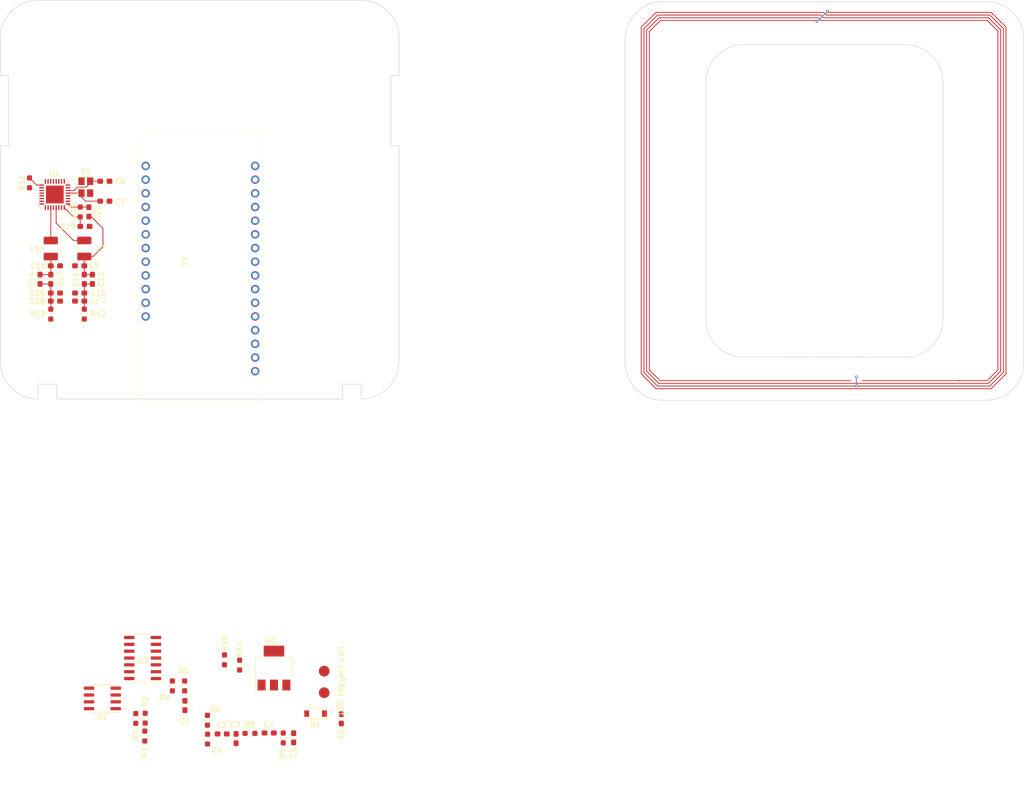
<source format=kicad_pcb>
(kicad_pcb (version 20220308) (generator pcbnew)
  (layers (0 "F.Cu" signal) (31 "B.Cu" signal) (34 "B.Paste" user) (35 "F.Paste" user) (36 "B.SilkS" user "B.Silkscreen") (37 "F.SilkS" user "F.Silkscreen") (38 "B.Mask" user) (39 "F.Mask" user) (44 "Edge.Cuts" user))
  (net 0 "")
  (net 1 "GND")
  (net 2 "Net-(U4-OSCIN)")
  (net 3 "Net-(U4-OSCOUT)")
  (net 4 "Net-(C11-Pad2)")
  (net 5 "Net-(U4-TVSS)")
  (net 6 "Net-(C10-Pad2)")
  (net 7 "Net-(C11-Pad1)")
  (net 8 "Net-(C13-Pad1)")
  (net 9 "Net-(U4-VMID)")
  (net 10 "Net-(U4-RX)")
  (net 11 "+3V3")
  (net 12 "/Low Frequency RF/LF_RF_RX")
  (net 13 "/Low Frequency RF/LF_RF_TX")
  (net 14 "Net-(U4-I2C)")
  (net 15 "+5V")
  (net 16 "/High Frequency RF/SCK")
  (net 17 "/High Frequency RF/MOSI")
  (net 18 "/High Frequency RF/MISO")
  (net 19 "/High Frequency RF/CS")
  (net 20 "/High Frequency RF/RST")
  (net 21 "Net-(U4-TX1)")
  (net 22 "Net-(U4-TX2)")
  (net 23 "Net-(C1-Pad2)")
  (net 24 "Net-(U3A-+)")
  (net 25 "Net-(C2-Pad2)")
  (net 26 "Net-(C4-Pad1)")
  (net 27 "Net-(D1-A)")
  (net 28 "Net-(D1-K)")
  (net 29 "Net-(Q1-E)")
  (net 30 "Net-(Q1-C)")
  (net 31 "Net-(Q1-B)")
  (net 32 "Net-(U2A--)")
  (net 33 "Net-(U2A-+)")
  (net 34 "Net-(U3A--)")
  (footprint "Resistor_SMD:R_0603_1608Metric_Pad0.98x0.95mm_HandSolder" (layer "F.Cu") (at 88.825 154.35 -90)
    (fp_text reference "R3" (at 3.048 0 90) (layer "F.SilkS"))
    (fp_text value "120 kΩ")
    (pad "1" smd roundrect (at -0.9125 0 270) (size 0.975 0.95) (layers "F.Cu" "F.Paste" "F.Mask") (net 32 "Net-(U2A--)"))
    (pad "2" smd roundrect (at 0.9125 0 270) (size 0.975 0.95) (layers "F.Cu" "F.Paste" "F.Mask") (net 1 "GND"))
  )
  (footprint "Capstone Footprint Lib:LF Antenna Pads" (layer "F.Cu") (at 125.125 144.3 90)
    (fp_text reference "L1" (at 0 0.5 90 unlocked) (layer "F.SilkS"))
    (fp_text value "162 µH")
    (fp_text user "125 kHz ant coil" (at 0.102 0.048 90 unlocked) (layer "F.SilkS"))
    (pad "1" smd circle (at -2 -3 90) (size 2 2) (layers "F.Cu" "F.Paste" "F.Mask") (net 28 "Net-(D1-K)"))
    (pad "2" smd circle (at 2 -3 90) (size 2 2) (layers "F.Cu" "F.Paste" "F.Mask") (net 29 "Net-(Q1-E)"))
  )
  (footprint "Capacitor_SMD:C_0603_1608Metric_Pad1.08x0.95mm_HandSolder" (layer "F.Cu") (at 71.375 69.565 90)
    (fp_text reference "C14" (at -0.025 -3.525 90) (layer "F.SilkS"))
    (fp_text value "C")
    (pad "1" smd roundrect (at -0.8625 0 90) (size 1.075 0.95) (layers "F.Cu" "F.Paste" "F.Mask") (net 8 "Net-(C13-Pad1)"))
    (pad "2" smd roundrect (at 0.8625 0 90) (size 1.075 0.95) (layers "F.Cu" "F.Paste" "F.Mask") (net 6 "Net-(C10-Pad2)"))
  )
  (footprint "MountingHole:MountingHole_2.2mm_M2" (layer "F.Cu") (at 239.475253 84.025)
    (fp_text reference "REF**" hide)
    (fp_text value "MountingHole_2.2mm_M2")
    (pad "" np_thru_hole circle locked (at 0 0) (size 2.2 2.2) (drill 2.2) (layers *.Cu *.Mask))
  )
  (footprint "Resistor_SMD:R_0603_1608Metric_Pad0.98x0.95mm_HandSolder" (layer "F.Cu") (at 88.9 151.025 -90)
    (fp_text reference "R2" (at -3.048 0 -270) (layer "F.SilkS"))
    (fp_text value "330 kΩ")
    (pad "1" smd roundrect (at -0.9125 0 270) (size 0.975 0.95) (layers "F.Cu" "F.Paste" "F.Mask") (net 11 "+3V3"))
    (pad "2" smd roundrect (at 0.9125 0 270) (size 0.975 0.95) (layers "F.Cu" "F.Paste" "F.Mask") (net 32 "Net-(U2A--)"))
  )
  (footprint "Resistor_SMD:R_0603_1608Metric_Pad0.98x0.95mm_HandSolder" (layer "F.Cu") (at 67.425 51.665 90)
    (fp_text reference "R11" (at 0 -1.43 90) (layer "F.SilkS"))
    (fp_text value "10k")
    (pad "1" smd roundrect (at -0.9125 0 90) (size 0.975 0.95) (layers "F.Cu" "F.Paste" "F.Mask") (net 11 "+3V3"))
    (pad "2" smd roundrect (at 0.9125 0 90) (size 0.975 0.95) (layers "F.Cu" "F.Paste" "F.Mask") (net 14 "Net-(U4-I2C)"))
  )
  (footprint "Capacitor_SMD:C_0603_1608Metric_Pad1.08x0.95mm_HandSolder" (layer "F.Cu") (at 72.2375 72.115)
    (fp_text reference "C16" (at -3.3625 0) (layer "F.SilkS"))
    (fp_text value "C")
    (pad "1" smd roundrect (at -0.8625 0) (size 1.075 0.95) (layers "F.Cu" "F.Paste" "F.Mask") (net 8 "Net-(C13-Pad1)"))
    (pad "2" smd roundrect (at 0.8625 0) (size 1.075 0.95) (layers "F.Cu" "F.Paste" "F.Mask") (net 5 "Net-(U4-TVSS)"))
  )
  (footprint "Resistor_SMD:R_0603_1608Metric_Pad0.98x0.95mm_HandSolder" (layer "F.Cu") (at 103.625 140.2 90)
    (fp_text reference "R10" (at 3.15 0 90) (layer "F.SilkS"))
    (fp_text value "1 kΩ")
    (pad "1" smd roundrect (at -0.9125 0 90) (size 0.975 0.95) (layers "F.Cu" "F.Paste" "F.Mask") (net 31 "Net-(Q1-B)"))
    (pad "2" smd roundrect (at 0.9125 0 90) (size 0.975 0.95) (layers "F.Cu" "F.Paste" "F.Mask") (net 13 "/Low Frequency RF/LF_RF_TX"))
  )
  (footprint "Resistor_SMD:R_0603_1608Metric_Pad0.98x0.95mm_HandSolder" (layer "F.Cu") (at 100.475 154.9125 -90)
    (fp_text reference "R7" (at 2.1875 -1.625) (layer "F.SilkS"))
    (fp_text value "100 kΩ")
    (pad "1" smd roundrect (at -0.9125 0 270) (size 0.975 0.95) (layers "F.Cu" "F.Paste" "F.Mask") (net 24 "Net-(U3A-+)"))
    (pad "2" smd roundrect (at 0.9125 0 270) (size 0.975 0.95) (layers "F.Cu" "F.Paste" "F.Mask") (net 1 "GND"))
  )
  (footprint "Diode_SMD:D_SOD-123" (layer "F.Cu") (at 120.525 150.175 180)
    (fp_text reference "D1" (at 0 -2.032) (layer "F.SilkS"))
    (fp_text value "1N4148")
    (pad "1" smd rect (at -1.65 0 180) (size 0.9 1.2) (layers "F.Cu" "F.Paste" "F.Mask") (net 28 "Net-(D1-K)"))
    (pad "2" smd rect (at 1.65 0 180) (size 0.9 1.2) (layers "F.Cu" "F.Paste" "F.Mask") (net 27 "Net-(D1-A)"))
  )
  (footprint "MountingHole:MountingHole_2.2mm_M2" (layer "F.Cu") (at 190.475253 26.025)
    (fp_text reference "REF**" hide)
    (fp_text value "MountingHole_2.2mm_M2")
    (pad "" np_thru_hole circle locked (at 0 0) (size 2.2 2.2) (drill 2.2) (layers *.Cu *.Mask))
  )
  (footprint "Capacitor_SMD:C_0603_1608Metric_Pad1.08x0.95mm_HandSolder" (layer "F.Cu") (at 116.45 154.675 -90)
    (fp_text reference "C5" (at 2.80129 0 90) (layer "F.SilkS"))
    (fp_text value "2.2 nF")
    (pad "1" smd roundrect (at -0.8625 0 270) (size 1.075 0.95) (layers "F.Cu" "F.Paste" "F.Mask") (net 27 "Net-(D1-A)"))
    (pad "2" smd roundrect (at 0.8625 0 270) (size 1.075 0.95) (layers "F.Cu" "F.Paste" "F.Mask") (net 1 "GND"))
  )
  (footprint "Resistor_SMD:R_0603_1608Metric_Pad0.98x0.95mm_HandSolder" (layer "F.Cu") (at 100.45 151.4125 -90)
    (fp_text reference "R6" (at -2.0125 -1.525 -180) (layer "F.SilkS"))
    (fp_text value "1 MΩ")
    (pad "1" smd roundrect (at -0.9125 0 270) (size 0.975 0.95) (layers "F.Cu" "F.Paste" "F.Mask") (net 11 "+3V3"))
    (pad "2" smd roundrect (at 0.9125 0 270) (size 0.975 0.95) (layers "F.Cu" "F.Paste" "F.Mask") (net 24 "Net-(U3A-+)"))
  )
  (footprint "MountingHole:MountingHole_2.2mm_M2" (layer "F.Cu") (at 239.475253 26.025)
    (fp_text reference "REF**" hide)
    (fp_text value "MountingHole_2.2mm_M2")
    (pad "" np_thru_hole circle locked (at 0 0) (size 2.2 2.2) (drill 2.2) (layers *.Cu *.Mask))
  )
  (footprint "Resistor_SMD:R_0603_1608Metric_Pad0.98x0.95mm_HandSolder" (layer "F.Cu") (at 71.375 76.0275 90)
    (fp_text reference "R13" (at 0.0125 -2.475) (layer "F.SilkS"))
    (fp_text value "10k")
    (pad "1" smd roundrect (at -0.9125 0 90) (size 0.975 0.95) (layers "F.Cu" "F.Paste" "F.Mask") (net 5 "Net-(U4-TVSS)"))
    (pad "2" smd roundrect (at 0.9125 0 90) (size 0.975 0.95) (layers "F.Cu" "F.Paste" "F.Mask") (net 8 "Net-(C13-Pad1)"))
  )
  (footprint "Capacitor_SMD:C_0603_1608Metric_Pad1.08x0.95mm_HandSolder" (layer "F.Cu") (at 77.7125 59.74)
    (fp_text reference "C19" (at -3.1565 0.065) (layer "F.SilkS"))
    (fp_text value "C")
    (pad "1" smd roundrect (at -0.8625 0) (size 1.075 0.95) (layers "F.Cu" "F.Paste" "F.Mask") (net 9 "Net-(U4-VMID)"))
    (pad "2" smd roundrect (at 0.8625 0) (size 1.075 0.95) (layers "F.Cu" "F.Paste" "F.Mask") (net 1 "GND"))
  )
  (footprint "Capacitor_SMD:C_0603_1608Metric_Pad1.08x0.95mm_HandSolder" (layer "F.Cu") (at 72.2375 67.065 180)
    (fp_text reference "C10" (at 3.1375 -0.05) (layer "F.SilkS"))
    (fp_text value "C")
    (pad "1" smd roundrect (at -0.8625 0 180) (size 1.075 0.95) (layers "F.Cu" "F.Paste" "F.Mask") (net 5 "Net-(U4-TVSS)"))
    (pad "2" smd roundrect (at 0.8625 0 180) (size 1.075 0.95) (layers "F.Cu" "F.Paste" "F.Mask") (net 6 "Net-(C10-Pad2)"))
  )
  (footprint "Capacitor_SMD:C_0603_1608Metric_Pad1.08x0.95mm_HandSolder" (layer "F.Cu") (at 81.4125 55.065)
    (fp_text reference "C7" (at 2.7955 0.168) (layer "F.SilkS"))
    (fp_text value "C")
    (pad "1" smd roundrect (at -0.8625 0) (size 1.075 0.95) (layers "F.Cu" "F.Paste" "F.Mask") (net 2 "Net-(U4-OSCIN)"))
    (pad "2" smd roundrect (at 0.8625 0) (size 1.075 0.95) (layers "F.Cu" "F.Paste" "F.Mask") (net 1 "GND"))
  )
  (footprint "Inductor_SMD:L_1210_3225Metric_Pad1.42x2.65mm_HandSolder" (layer "F.Cu") (at 71.375 63.8525 -90)
    (fp_text reference "L3" (at 0.0625 3.05) (layer "F.SilkS"))
    (fp_text value "INDUCTOR")
    (pad "1" smd roundrect (at -1.4875 0 270) (size 1.425 2.65) (layers "F.Cu" "F.Paste" "F.Mask") (roundrect_rratio 0.175439) (net 21 "Net-(U4-TX1)"))
    (pad "2" smd roundrect (at 1.4875 0 270) (size 1.425 2.65) (layers "F.Cu" "F.Paste" "F.Mask") (roundrect_rratio 0.175439) (net 6 "Net-(C10-Pad2)"))
  )
  (footprint "Capacitor_SMD:C_0603_1608Metric_Pad1.08x0.95mm_HandSolder" (layer "F.Cu") (at 76.7375 73.615)
    (fp_text reference "C17" (at 3.3625 0) (layer "F.SilkS"))
    (fp_text value "C")
    (pad "1" smd roundrect (at -0.8625 0) (size 1.075 0.95) (layers "F.Cu" "F.Paste" "F.Mask") (net 5 "Net-(U4-TVSS)"))
    (pad "2" smd roundrect (at 0.8625 0) (size 1.075 0.95) (layers "F.Cu" "F.Paste" "F.Mask") (net 7 "Net-(C11-Pad1)"))
  )
  (footprint "Capacitor_SMD:C_0603_1608Metric_Pad1.08x0.95mm_HandSolder" (layer "F.Cu") (at 72.2375 73.615)
    (fp_text reference "C18" (at -3.3625 0.05) (layer "F.SilkS"))
    (fp_text value "C")
    (pad "1" smd roundrect (at -0.8625 0) (size 1.075 0.95) (layers "F.Cu" "F.Paste" "F.Mask") (net 8 "Net-(C13-Pad1)"))
    (pad "2" smd roundrect (at 0.8625 0) (size 1.075 0.95) (layers "F.Cu" "F.Paste" "F.Mask") (net 5 "Net-(U4-TVSS)"))
  )
  (footprint "MountingHole:MountingHole_2.2mm_M2" (layer "F.Cu") (at 190.475253 84.025)
    (fp_text reference "REF**" hide)
    (fp_text value "MountingHole_2.2mm_M2")
    (pad "" np_thru_hole circle locked (at 0 0) (size 2.2 2.2) (drill 2.2) (layers *.Cu *.Mask))
  )
  (footprint "Resistor_SMD:R_0603_1608Metric_Pad0.98x0.95mm_HandSolder" (layer "F.Cu") (at 77.6 76.0275 90)
    (fp_text reference "R12" (at -0.0125 2.55) (layer "F.SilkS"))
    (fp_text value "10k")
    (pad "1" smd roundrect (at -0.9125 0 90) (size 0.975 0.95) (layers "F.Cu" "F.Paste" "F.Mask") (net 5 "Net-(U4-TVSS)"))
    (pad "2" smd roundrect (at 0.9125 0 90) (size 0.975 0.95) (layers "F.Cu" "F.Paste" "F.Mask") (net 7 "Net-(C11-Pad1)"))
  )
  (footprint "Capacitor_SMD:C_0603_1608Metric_Pad1.08x0.95mm_HandSolder" (layer "F.Cu") (at 77.6 69.565 90)
    (fp_text reference "C11" (at -0.025 -1.6 90) (layer "F.SilkS"))
    (fp_text value "C")
    (pad "1" smd roundrect (at -0.8625 0 90) (size 1.075 0.95) (layers "F.Cu" "F.Paste" "F.Mask") (net 7 "Net-(C11-Pad1)"))
    (pad "2" smd roundrect (at 0.8625 0 90) (size 1.075 0.95) (layers "F.Cu" "F.Paste" "F.Mask") (net 4 "Net-(C11-Pad2)"))
  )
  (footprint "Capacitor_SMD:C_0603_1608Metric_Pad1.08x0.95mm_HandSolder" (layer "F.Cu") (at 76.7375 72.115)
    (fp_text reference "C15" (at 3.5 0.05) (layer "F.SilkS"))
    (fp_text value "C")
    (pad "1" smd roundrect (at -0.8625 0) (size 1.075 0.95) (layers "F.Cu" "F.Paste" "F.Mask") (net 5 "Net-(U4-TVSS)"))
    (pad "2" smd roundrect (at 0.8625 0) (size 1.075 0.95) (layers "F.Cu" "F.Paste" "F.Mask") (net 7 "Net-(C11-Pad1)"))
  )
  (footprint "Capacitor_SMD:C_0603_1608Metric_Pad1.08x0.95mm_HandSolder" (layer "F.Cu") (at 96.275 148.675 90)
    (fp_text reference "C1" (at -3 -0.075 180) (layer "F.SilkS"))
    (fp_text value "100 nF")
    (pad "1" smd roundrect (at -0.8625 0 90) (size 1.075 0.95) (layers "F.Cu" "F.Paste" "F.Mask") (net 1 "GND"))
    (pad "2" smd roundrect (at 0.8625 0 90) (size 1.075 0.95) (layers "F.Cu" "F.Paste" "F.Mask") (net 23 "Net-(C1-Pad2)"))
  )
  (footprint "Resistor_SMD:R_0603_1608Metric_Pad0.98x0.95mm_HandSolder" (layer "F.Cu") (at 106.425 141.175 90)
    (fp_text reference "R14" (at 3.048 0 90) (layer "F.SilkS"))
    (fp_text value "56Ω")
    (pad "1" smd roundrect (at -0.9125 0 90) (size 0.975 0.95) (layers "F.Cu" "F.Paste" "F.Mask") (net 15 "+5V"))
    (pad "2" smd roundrect (at 0.9125 0 90) (size 0.975 0.95) (layers "F.Cu" "F.Paste" "F.Mask") (net 30 "Net-(Q1-C)"))
  )
  (footprint "Capstone Footprint Lib:Adafruit Feather Huzzah 32" (layer "F.Cu") (at 99.15 66.305 90)
    (fp_text reference "U1" (at 0 -3.04 90 unlocked) (layer "F.SilkS"))
    (fp_text value "Adafruit_Huzzah32")
    (pad "1" thru_hole circle (at -20.32 10.16) (size 1.5748 1.5748) (drill 0.9652) (layers *.Cu *.Mask))
    (pad "2" thru_hole circle (at -17.78 10.16) (size 1.5748 1.5748) (drill 0.9652) (layers *.Cu *.Mask) (net 11 "+3V3"))
    (pad "3" thru_hole circle (at -15.24 10.16) (size 1.5748 1.5748) (drill 0.9652) (layers *.Cu *.Mask))
    (pad "4" thru_hole circle (at -12.7 10.16) (size 1.5748 1.5748) (drill 0.9652) (layers *.Cu *.Mask) (net 1 "GND"))
    (pad "5" thru_hole circle (at -10.16 10.16) (size 1.5748 1.5748) (drill 0.9652) (layers *.Cu *.Mask))
    (pad "6" thru_hole circle (at -7.62 10.16) (size 1.5748 1.5748) (drill 0.9652) (layers *.Cu *.Mask))
    (pad "7" thru_hole circle (at -5.08 10.16) (size 1.5748 1.5748) (drill 0.9652) (layers *.Cu *.Mask))
    (pad "8" thru_hole circle (at -2.54 10.16) (size 1.5748 1.5748) (drill 0.9652) (layers *.Cu *.Mask))
    (pad "9" thru_hole circle (at 0 10.16) (size 1.5748 1.5748) (drill 0.9652) (layers *.Cu *.Mask))
    (pad "10" thru_hole circle (at 2.54 10.16) (size 1.5748 1.5748) (drill 0.9652) (layers *.Cu *.Mask))
    (pad "11" thru_hole circle (at 5.08 10.16) (size 1.5748 1.5748) (drill 0.9652) (layers *.Cu *.Mask) (net 16 "/High Frequency RF/SCK"))
    (pad "12" thru_hole circle (at 7.62 10.16) (size 1.5748 1.5748) (drill 0.9652) (layers *.Cu *.Mask) (net 17 "/High Frequency RF/MOSI"))
    (pad "13" thru_hole circle (at 10.16 10.16) (size 1.5748 1.5748) (drill 0.9652) (layers *.Cu *.Mask) (net 18 "/High Frequency RF/MISO"))
    (pad "14" thru_hole circle (at 12.7 10.16) (size 1.5748 1.5748) (drill 0.9652) (layers *.Cu *.Mask) (net 12 "/Low Frequency RF/LF_RF_RX"))
    (pad "15" thru_hole circle (at 15.24 10.16) (size 1.5748 1.5748) (drill 0.9652) (layers *.Cu *.Mask) (net 13 "/Low Frequency RF/LF_RF_TX"))
    (pad "16" thru_hole circle (at 17.78 10.16) (size 1.5748 1.5748) (drill 0.9652) (layers *.Cu *.Mask) (net 19 "/High Frequency RF/CS"))
    (pad "17" thru_hole circle (at 17.78 -10.16 180) (size 1.5748 1.5748) (drill 0.9652) (layers *.Cu *.Mask))
    (pad "18" thru_hole circle (at 15.24 -10.16 180) (size 1.5748 1.5748) (drill 0.9652) (layers *.Cu *.Mask))
    (pad "19" thru_hole circle (at 12.7 -10.16 180) (size 1.5748 1.5748) (drill 0.9652) (layers *.Cu *.Mask))
    (pad "20" thru_hole circle (at 10.16 -10.16 180) (size 1.5748 1.5748) (drill 0.9652) (layers *.Cu *.Mask))
    (pad "21" thru_hole circle (at 7.62 -10.16 180) (size 1.5748 1.5748) (drill 0.9652) (layers *.Cu *.Mask))
    (pad "22" thru_hole circle (at 5.08 -10.16 180) (size 1.5748 1.5748) (drill 0.9652) (layers *.Cu *.Mask))
    (pad "23" thru_hole circle (at 2.54 -10.16 180) (size 1.5748 1.5748) (drill 0.9652) (layers *.Cu *.Mask) (net 20 "/High Frequency RF/RST"))
    (pad "24" thru_hole circle (at 0 -10.16 180) (size 1.5748 1.5748) (drill 0.9652) (layers *.Cu *.Mask))
    (pad "25" thru_hole circle (at -2.54 -10.16 180) (size 1.5748 1.5748) (drill 0.9652) (layers *.Cu *.Mask))
    (pad "26" thru_hole circle (at -5.08 -10.16 180) (size 1.5748 1.5748) (drill 0.9652) (layers *.Cu *.Mask) (net 15 "+5V"))
    (pad "27" thru_hole circle (at -7.62 -10.16 180) (size 1.5748 1.5748) (drill 0.9652) (layers *.Cu *.Mask))
    (pad "28" thru_hole circle (at -10.16 -10.16 180) (size 1.5748 1.5748) (drill 0.9652) (layers *.Cu *.Mask))
  )
  (footprint "Capacitor_SMD:C_0603_1608Metric_Pad1.08x0.95mm_HandSolder" (layer "F.Cu") (at 105.775 154.8125 90)
    (fp_text reference "C3" (at 2.5875 -0.175 180) (layer "F.SilkS"))
    (fp_text value "1 nF")
    (pad "1" smd roundrect (at -0.8625 0 90) (size 1.075 0.95) (layers "F.Cu" "F.Paste" "F.Mask") (net 1 "GND"))
    (pad "2" smd roundrect (at 0.8625 0 90) (size 1.075 0.95) (layers "F.Cu" "F.Paste" "F.Mask") (net 25 "Net-(C2-Pad2)"))
  )
  (footprint "Capstone Footprint Lib:Crystal_SMD_3225-4Pin_3.2x2.5mm_HandSoldering" (layer "F.Cu") (at 77.85 52.434 -90)
    (fp_text reference "Y1" (at -2.844 -0.05) (layer "F.SilkS"))
    (fp_text value "Crystal")
    (pad "1" smd rect (at -1.069 -0.8328 270) (size 1.4 1.15) (layers "F.Cu" "F.Paste" "F.Mask") (net 3 "Net-(U4-OSCOUT)"))
    (pad "2" smd rect (at 1.131 -0.8328 270) (size 1.4 1.15) (layers "F.Cu" "F.Paste" "F.Mask"))
    (pad "3" smd rect (at 1.131 0.7672 270) (size 1.4 1.15) (layers "F.Cu" "F.Paste" "F.Mask") (net 2 "Net-(U4-OSCIN)"))
    (pad "4" smd rect (at -1.069 0.7672 270) (size 1.4 1.15) (layers "F.Cu" "F.Paste" "F.Mask"))
  )
  (footprint "Inductor_SMD:L_1210_3225Metric_Pad1.42x2.65mm_HandSolder" (layer "F.Cu") (at 77.6 63.84 -90)
    (fp_text reference "L2" (at 0.1 -2.95) (layer "F.SilkS"))
    (fp_text value "INDUCTOR")
    (pad "1" smd roundrect (at -1.4875 0 270) (size 1.425 2.65) (layers "F.Cu" "F.Paste" "F.Mask") (roundrect_rratio 0.175439) (net 22 "Net-(U4-TX2)"))
    (pad "2" smd roundrect (at 1.4875 0 270) (size 1.425 2.65) (layers "F.Cu" "F.Paste" "F.Mask") (roundrect_rratio 0.175439) (net 4 "Net-(C11-Pad2)"))
  )
  (footprint "Capacitor_SMD:C_0603_1608Metric_Pad1.08x0.95mm_HandSolder" (layer "F.Cu") (at 111.9125 153.775)
    (fp_text reference "C4" (at -0.1 -1.5) (layer "F.SilkS"))
    (fp_text value "22 nF")
    (pad "1" smd roundrect (at -0.8625 0) (size 1.075 0.95) (layers "F.Cu" "F.Paste" "F.Mask") (net 26 "Net-(C4-Pad1)"))
    (pad "2" smd roundrect (at 0.8625 0) (size 1.075 0.95) (layers "F.Cu" "F.Paste" "F.Mask") (net 27 "Net-(D1-A)"))
  )
  (footprint "Resistor_SMD:R_0603_1608Metric_Pad0.98x0.95mm_HandSolder" (layer "F.Cu") (at 108.35 153.85)
    (fp_text reference "R8" (at -0.05 -1.6) (layer "F.SilkS"))
    (fp_text value "10 kΩ")
    (pad "1" smd roundrect (at -0.9125 0) (size 0.975 0.95) (layers "F.Cu" "F.Paste" "F.Mask") (net 25 "Net-(C2-Pad2)"))
    (pad "2" smd roundrect (at 0.9125 0) (size 0.975 0.95) (layers "F.Cu" "F.Paste" "F.Mask") (net 26 "Net-(C4-Pad1)"))
  )
  (footprint "MountingHole:MountingHole_2.2mm_M2" (layer "F.Cu") (at 74.5 83.775)
    (fp_text reference "REF**" hide)
    (fp_text value "MountingHole_2.2mm_M2")
    (pad "" np_thru_hole circle locked (at 0 0) (size 2.2 2.2) (drill 2.2) (layers *.Cu *.Mask))
  )
  (footprint "Capacitor_SMD:C_0603_1608Metric_Pad1.08x0.95mm_HandSolder" (layer "F.Cu") (at 103.1875 153.95)
    (fp_text reference "C2" (at -0.025 -1.625) (layer "F.SilkS"))
    (fp_text value "100 nF")
    (pad "1" smd roundrect (at -0.8625 0) (size 1.075 0.95) (layers "F.Cu" "F.Paste" "F.Mask") (net 24 "Net-(U3A-+)"))
    (pad "2" smd roundrect (at 0.8625 0) (size 1.075 0.95) (layers "F.Cu" "F.Paste" "F.Mask") (net 25 "Net-(C2-Pad2)"))
  )
  (footprint "Package_DFN_QFN:QFN-32-1EP_5x5mm_P0.5mm_EP3.3x3.3mm" (layer "F.Cu") (at 72.125 53.825)
    (fp_text reference "U4" (at 0 -3.82) (layer "F.SilkS"))
    (fp_text value "MFRC522")
    (pad "1" smd roundrect (at -2.4375 -1.75) (size 0.875 0.25) (layers "F.Cu" "F.Paste" "F.Mask") (net 14 "Net-(U4-I2C)"))
    (pad "2" smd roundrect (at -2.4375 -1.25) (size 0.875 0.25) (layers "F.Cu" "F.Paste" "F.Mask") (net 11 "+3V3"))
    (pad "3" smd roundrect (at -2.4375 -0.75) (size 0.875 0.25) (layers "F.Cu" "F.Paste" "F.Mask") (net 11 "+3V3"))
    (pad "4" smd roundrect (at -2.4375 -0.25) (size 0.875 0.25) (layers "F.Cu" "F.Paste" "F.Mask") (net 1 "GND"))
    (pad "5" smd roundrect (at -2.4375 0.25) (size 0.875 0.25) (layers "F.Cu" "F.Paste" "F.Mask") (net 1 "GND"))
    (pad "6" smd roundrect (at -2.4375 0.75) (size 0.875 0.25) (layers "F.Cu" "F.Paste" "F.Mask") (net 20 "/High Frequency RF/RST"))
    (pad "7" smd roundrect (at -2.4375 1.25) (size 0.875 0.25) (layers "F.Cu" "F.Paste" "F.Mask"))
    (pad "8" smd roundrect (at -2.4375 1.75) (size 0.875 0.25) (layers "F.Cu" "F.Paste" "F.Mask"))
    (pad "9" smd roundrect (at -1.75 2.4375) (size 0.25 0.875) (layers "F.Cu" "F.Paste" "F.Mask"))
    (pad "10" smd roundrect (at -1.25 2.4375) (size 0.25 0.875) (layers "F.Cu" "F.Paste" "F.Mask") (net 5 "Net-(U4-TVSS)"))
    (pad "11" smd roundrect (at -0.75 2.4375) (size 0.25 0.875) (layers "F.Cu" "F.Paste" "F.Mask") (net 21 "Net-(U4-TX1)"))
    (pad "12" smd roundrect (at -0.25 2.4375) (size 0.25 0.875) (layers "F.Cu" "F.Paste" "F.Mask") (net 11 "+3V3"))
    (pad "13" smd roundrect (at 0.25 2.4375) (size 0.25 0.875) (layers "F.Cu" "F.Paste" "F.Mask") (net 22 "Net-(U4-TX2)"))
    (pad "14" smd roundrect (at 0.75 2.4375) (size 0.25 0.875) (layers "F.Cu" "F.Paste" "F.Mask") (net 1 "GND"))
    (pad "15" smd roundrect (at 1.25 2.4375) (size 0.25 0.875) (layers "F.Cu" "F.Paste" "F.Mask") (net 11 "+3V3"))
    (pad "16" smd roundrect (at 1.75 2.4375) (size 0.25 0.875) (layers "F.Cu" "F.Paste" "F.Mask") (net 9 "Net-(U4-VMID)"))
    (pad "17" smd roundrect (at 2.4375 1.75) (size 0.875 0.25) (layers "F.Cu" "F.Paste" "F.Mask") (net 10 "Net-(U4-RX)"))
    (pad "18" smd roundrect (at 2.4375 1.25) (size 0.875 0.25) (layers "F.Cu" "F.Paste" "F.Mask") (net 1 "GND"))
    (pad "19" smd roundrect (at 2.4375 0.75) (size 0.875 0.25) (layers "F.Cu" "F.Paste" "F.Mask"))
    (pad "20" smd roundrect (at 2.4375 0.25) (size 0.875 0.25) (layers "F.Cu" "F.Paste" "F.Mask"))
    (pad "21" smd roundrect (at 2.4375 -0.25) (size 0.875 0.25) (layers "F.Cu" "F.Paste" "F.Mask") (net 2 "Net-(U4-OSCIN)"))
    (pad "22" smd roundrect (at 2.4375 -0.75) (size 0.875 0.25) (layers "F.Cu" "F.Paste" "F.Mask") (net 3 "Net-(U4-OSCOUT)"))
    (pad "23" smd roundrect (at 2.4375 -1.25) (size 0.875 0.25) (layers "F.Cu" "F.Paste" "F.Mask"))
    (pad "24" smd roundrect (at 2.4375 -1.75) (size 0.875 0.25) (layers "F.Cu" "F.Paste" "F.Mask") (net 19 "/High Frequency RF/CS"))
    (pad "25" smd roundrect (at 1.75 -2.4375) (size 0.25 0.875) (layers "F.Cu" "F.Paste" "F.Mask"))
    (pad "26" smd roundrect (at 1.25 -2.4375) (size 0.25 0.875) (layers "F.Cu" "F.Paste" "F.Mask"))
    (pad "27" smd roundrect (at 0.75 -2.4375) (size 0.25 0.875) (layers "F.Cu" "F.Paste" "F.Mask"))
    (pad "28" smd roundrect (at 0.25 -2.4375) (size 0.25 0.875) (layers "F.Cu" "F.Paste" "F.Mask"))
    (pad "29" smd roundrect (at -0.25 -2.4375) (size 0.25 0.875) (layers "F.Cu" "F.Paste" "F.Mask") (net 16 "/High Frequency RF/SCK"))
    (pad "30" smd roundrect (at -0.75 -2.4375) (size 0.25 0.875) (layers "F.Cu" "F.Paste" "F.Mask") (net 17 "/High Frequency RF/MOSI"))
    (pad "31" smd roundrect (at -1.25 -2.4375) (size 0.25 0.875) (layers "F.Cu" "F.Paste" "F.Mask") (net 18 "/High Frequency RF/MISO"))
    (pad "32" smd roundrect (at -1.75 -2.4375) (size 0.25 0.875) (layers "F.Cu" "F.Paste" "F.Mask") (net 1 "GND"))
    (pad "33" smd rect (at 0 0) (size 3.3 3.3) (layers "F.Cu" "F.Mask"))
  )
  (footprint "Package_TO_SOT_SMD:SOT-223" (layer "F.Cu") (at 112.8 141.725 90)
    (fp_text reference "Q1" (at 5.08 -0.508 180) (layer "F.SilkS"))
    (fp_text value "BC517")
    (pad "1" smd rect (at -3.15 -2.3 90) (size 2 1.5) (layers "F.Cu" "F.Paste" "F.Mask") (net 30 "Net-(Q1-C)"))
    (pad "2" smd rect (at -3.15 0 90) (size 2 1.5) (layers "F.Cu" "F.Paste" "F.Mask") (net 31 "Net-(Q1-B)"))
    (pad "3" smd rect (at -3.15 2.3 90) (size 2 1.5) (layers "F.Cu" "F.Paste" "F.Mask") (net 29 "Net-(Q1-E)"))
    (pad "4" smd rect (at 3.15 0 90) (size 2 3.8) (layers "F.Cu" "F.Paste" "F.Mask"))
  )
  (footprint "MountingHole:MountingHole_2.2mm_M2" (layer "F.Cu") (at 123.5 25.775)
    (fp_text reference "REF**" hide)
    (fp_text value "MountingHole_2.2mm_M2")
    (pad "" np_thru_hole circle locked (at 0 0) (size 2.2 2.2) (drill 2.2) (layers *.Cu *.Mask))
  )
  (footprint "Package_SO:SOIC-8_3.9x4.9mm_P1.27mm" (layer "F.Cu") (at 80.95 147.3625 180)
    (fp_text reference "U2" (at 0 -3.4) (layer "F.SilkS"))
    (fp_text value "LM393")
    (pad "1" smd roundrect (at -2.475 -1.905 180) (size 1.95 0.6) (layers "F.Cu" "F.Paste" "F.Mask") (net 12 "/Low Frequency RF/LF_RF_RX"))
    (pad "2" smd roundrect (at -2.475 -0.635 180) (size 1.95 0.6) (layers "F.Cu" "F.Paste" "F.Mask") (net 32 "Net-(U2A--)"))
    (pad "3" smd roundrect (at -2.475 0.635 180) (size 1.95 0.6) (layers "F.Cu" "F.Paste" "F.Mask") (net 33 "Net-(U2A-+)"))
    (pad "4" smd roundrect (at -2.475 1.905 180) (size 1.95 0.6) (layers "F.Cu" "F.Paste" "F.Mask"))
    (pad "5" smd roundrect (at 2.475 1.905 180) (size 1.95 0.6) (layers "F.Cu" "F.Paste" "F.Mask"))
    (pad "6" smd roundrect (at 2.475 0.635 180) (size 1.95 0.6) (layers "F.Cu" "F.Paste" "F.Mask"))
    (pad "7" smd roundrect (at 2.475 -0.635 180) (size 1.95 0.6) (layers "F.Cu" "F.Paste" "F.Mask"))
    (pad "8" smd roundrect (at 2.475 -1.905 180) (size 1.95 0.6) (layers "F.Cu" "F.Paste" "F.Mask"))
  )
  (footprint "MountingHole:MountingHole_2.2mm_M2" (layer "F.Cu") (at 123.5 83.775)
    (fp_text reference "REF**" hide)
    (fp_text value "MountingHole_2.2mm_M2")
    (pad "" np_thru_hole circle locked (at 0 0) (size 2.2 2.2) (drill 2.2) (layers *.Cu *.Mask))
  )
  (footprint "MountingHole:MountingHole_2.2mm_M2" (layer "F.Cu") (at 74.5 25.775)
    (fp_text reference "REF**" hide)
    (fp_text value "MountingHole_2.2mm_M2")
    (pad "" np_thru_hole circle locked (at 0 0) (size 2.2 2.2) (drill 2.2) (layers *.Cu *.Mask))
  )
  (footprint "Package_SO:SOIC-14_3.9x8.7mm_P1.27mm" (layer "F.Cu") (at 88.425 139.8625 180)
    (fp_text reference "U3" (at -0.065 -0.508) (layer "F.SilkS"))
    (fp_text value "LM324")
    (pad "1" smd roundrect (at -2.475 -3.81 180) (size 1.95 0.6) (layers "F.Cu" "F.Paste" "F.Mask") (net 33 "Net-(U2A-+)"))
    (pad "2" smd roundrect (at -2.475 -2.54 180) (size 1.95 0.6) (layers "F.Cu" "F.Paste" "F.Mask") (net 34 "Net-(U3A--)"))
    (pad "3" smd roundrect (at -2.475 -1.27 180) (size 1.95 0.6) (layers "F.Cu" "F.Paste" "F.Mask") (net 24 "Net-(U3A-+)"))
    (pad "4" smd roundrect (at -2.475 0 180) (size 1.95 0.6) (layers "F.Cu" "F.Paste" "F.Mask"))
    (pad "5" smd roundrect (at -2.475 1.27 180) (size 1.95 0.6) (layers "F.Cu" "F.Paste" "F.Mask"))
    (pad "6" smd roundrect (at -2.475 2.54 180) (size 1.95 0.6) (layers "F.Cu" "F.Paste" "F.Mask"))
    (pad "7" smd roundrect (at -2.475 3.81 180) (size 1.95 0.6) (layers "F.Cu" "F.Paste" "F.Mask"))
    (pad "8" smd roundrect (at 2.475 3.81 180) (size 1.95 0.6) (layers "F.Cu" "F.Paste" "F.Mask"))
    (pad "9" smd roundrect (at 2.475 2.54 180) (size 1.95 0.6) (layers "F.Cu" "F.Paste" "F.Mask"))
    (pad "10" smd roundrect (at 2.475 1.27 180) (size 1.95 0.6) (layers "F.Cu" "F.Paste" "F.Mask"))
    (pad "11" smd roundrect (at 2.475 0 180) (size 1.95 0.6) (layers "F.Cu" "F.Paste" "F.Mask"))
    (pad "12" smd roundrect (at 2.475 -1.27 180) (size 1.95 0.6) (layers "F.Cu" "F.Paste" "F.Mask"))
    (pad "13" smd roundrect (at 2.475 -2.54 180) (size 1.95 0.6) (layers "F.Cu" "F.Paste" "F.Mask"))
    (pad "14" smd roundrect (at 2.475 -3.81 180) (size 1.95 0.6) (layers "F.Cu" "F.Paste" "F.Mask"))
  )
  (footprint "Resistor_SMD:R_0603_1608Metric_Pad0.98x0.95mm_HandSolder" (layer "F.Cu") (at 96.225 145.0375 90)
    (fp_text reference "R5" (at 2.775 -0.175 180) (layer "F.SilkS"))
    (fp_text value "1 kΩ")
    (pad "1" smd roundrect (at -0.9125 0 90) (size 0.975 0.95) (layers "F.Cu" "F.Paste" "F.Mask") (net 23 "Net-(C1-Pad2)"))
    (pad "2" smd roundrect (at 0.9125 0 90) (size 0.975 0.95) (layers "F.Cu" "F.Paste" "F.Mask") (net 34 "Net-(U3A--)"))
  )
  (footprint "Resistor_SMD:R_0603_1608Metric_Pad0.98x0.95mm_HandSolder" (layer "F.Cu") (at 87.15 151.075 -90)
    (fp_text reference "R1" (at 3.048 0 90) (layer "F.SilkS"))
    (fp_text value "22 kΩ")
    (pad "1" smd roundrect (at -0.9125 0 270) (size 0.975 0.95) (layers "F.Cu" "F.Paste" "F.Mask") (net 11 "+3V3"))
    (pad "2" smd roundrect (at 0.9125 0 270) (size 0.975 0.95) (layers "F.Cu" "F.Paste" "F.Mask") (net 12 "/Low Frequency RF/LF_RF_RX"))
  )
  (footprint "Capacitor_SMD:C_0603_1608Metric_Pad1.08x0.95mm_HandSolder" (layer "F.Cu") (at 76.7375 67.065 180)
    (fp_text reference "C9" (at -2.6375 0.05) (layer "F.SilkS"))
    (fp_text value "C")
    (pad "1" smd roundrect (at -0.8625 0 180) (size 1.075 0.95) (layers "F.Cu" "F.Paste" "F.Mask") (net 4 "Net-(C11-Pad2)"))
    (pad "2" smd roundrect (at 0.8625 0 180) (size 1.075 0.95) (layers "F.Cu" "F.Paste" "F.Mask") (net 5 "Net-(U4-TVSS)"))
  )
  (footprint "Resistor_SMD:R_0603_1608Metric_Pad0.98x0.95mm_HandSolder" (layer "F.Cu") (at 76.85 57.065 90)
    (fp_text reference "R15" (at 0.308 -1.278 90) (layer "F.SilkS"))
    (fp_text value "10k")
    (pad "1" smd roundrect (at -0.9125 0 90) (size 0.975 0.95) (layers "F.Cu" "F.Paste" "F.Mask") (net 9 "Net-(U4-VMID)"))
    (pad "2" smd roundrect (at 0.9125 0 90) (size 0.975 0.95) (layers "F.Cu" "F.Paste" "F.Mask") (net 10 "Net-(U4-RX)"))
  )
  (footprint "Resistor_SMD:R_0603_1608Metric_Pad0.98x0.95mm_HandSolder" (layer "F.Cu") (at 114.525 154.7 -90)
    (fp_text reference "R9" (at 3.048 0.068135 90) (layer "F.SilkS"))
    (fp_text value "267 kΩ")
    (pad "1" smd roundrect (at -0.9125 0 270) (size 0.975 0.95) (layers "F.Cu" "F.Paste" "F.Mask") (net 27 "Net-(D1-A)"))
    (pad "2" smd roundrect (at 0.9125 0 270) (size 0.975 0.95) (layers "F.Cu" "F.Paste" "F.Mask") (net 1 "GND"))
  )
  (footprint "Capacitor_SMD:C_0603_1608Metric_Pad1.08x0.95mm_HandSolder" (layer "F.Cu") (at 69.375 69.565 90)
    (fp_text reference "C13" (at 0.025 3.675 90) (layer "F.SilkS"))
    (fp_text value "C")
    (pad "1" smd roundrect (at -0.8625 0 90) (size 1.075 0.95) (layers "F.Cu" "F.Paste" "F.Mask") (net 8 "Net-(C13-Pad1)"))
    (pad "2" smd roundrect (at 0.8625 0 90) (size 1.075 0.95) (layers "F.Cu" "F.Paste" "F.Mask") (net 6 "Net-(C10-Pad2)"))
  )
  (footprint "Capacitor_SMD:C_0603_1608Metric_Pad1.08x0.95mm_HandSolder" (layer "F.Cu") (at 78.45 57.0525 90)
    (fp_text reference "C20" (at -0.2375 1.625 90) (layer "F.SilkS"))
    (fp_text value "C")
    (pad "1" smd roundrect (at -0.8625 0 90) (size 1.075 0.95) (layers "F.Cu" "F.Paste" "F.Mask") (net 4 "Net-(C11-Pad2)"))
    (pad "2" smd roundrect (at 0.8625 0 90) (size 1.075 0.95) (layers "F.Cu" "F.Paste" "F.Mask") (net 10 "Net-(U4-RX)"))
  )
  (footprint "Capacitor_SMD:C_0603_1608Metric_Pad1.08x0.95mm_HandSolder" (layer "F.Cu") (at 79.1 69.565 90)
    (fp_text reference "C12" (at 0.025 1.65 90) (layer "F.SilkS"))
    (fp_text value "C")
    (pad "1" smd roundrect (at -0.8625 0 90) (size 1.075 0.95) (layers "F.Cu" "F.Paste" "F.Mask") (net 7 "Net-(C11-Pad1)"))
    (pad "2" smd roundrect (at 0.8625 0 90) (size 1.075 0.95) (layers "F.Cu" "F.Paste" "F.Mask") (net 4 "Net-(C11-Pad2)"))
  )
  (footprint "Capacitor_SMD:C_0603_1608Metric_Pad1.08x0.95mm_HandSolder" (layer "F.Cu") (at 81.4125 51.365)
    (fp_text reference "C8" (at 2.811146 0.035948) (layer "F.SilkS"))
    (fp_text value "C")
    (pad "1" smd roundrect (at -0.8625 0) (size 1.075 0.95) (layers "F.Cu" "F.Paste" "F.Mask") (net 3 "Net-(U4-OSCOUT)"))
    (pad "2" smd roundrect (at 0.8625 0) (size 1.075 0.95) (layers "F.Cu" "F.Paste" "F.Mask") (net 1 "GND"))
  )
  (footprint "Capacitor_SMD:C_0603_1608Metric_Pad1.08x0.95mm_HandSolder" (layer "F.Cu") (at 125.3 151.15 -90)
    (fp_text reference "C6" (at 2.795137 -0.019439 90) (layer "F.SilkS"))
    (fp_text value "10n")
    (pad "1" smd roundrect (at -0.8625 0 270) (size 1.075 0.95) (layers "F.Cu" "F.Paste" "F.Mask") (net 28 "Net-(D1-K)"))
    (pad "2" smd roundrect (at 0.8625 0 270) (size 1.075 0.95) (layers "F.Cu" "F.Paste" "F.Mask") (net 1 "GND"))
  )
  (footprint "Resistor_SMD:R_0603_1608Metric_Pad0.98x0.95mm_HandSolder" (layer "F.Cu") (at 93.95 145.0375 90)
    (fp_text reference "R4" (at -2.225 -1.525 180) (layer "F.SilkS"))
    (fp_text value "3.3 kΩ")
    (pad "1" smd roundrect (at -0.9125 0 90) (size 0.975 0.95) (layers "F.Cu" "F.Paste" "F.Mask") (net 33 "Net-(U2A-+)"))
    (pad "2" smd roundrect (at 0.9125 0 90) (size 0.975 0.95) (layers "F.Cu" "F.Paste" "F.Mask") (net 34 "Net-(U3A--)"))
  )
  (gr_line locked (start 125.5 89.025) (end 129 89.025) (stroke (width 0.1)) (layer "Edge.Cuts"))
  (gr_line locked (start 134.5 44.775) (end 136 44.775) (stroke (width 0.1)) (layer "Edge.Cuts"))
  (gr_line locked (start 69 89.025) (end 72.5 89.025) (stroke (width 0.1)) (layer "Edge.Cuts"))
  (gr_line locked (start 125.5 91.775) (end 72.5 91.775) (stroke (width 0.1)) (layer "Edge.Cuts"))
  (gr_line locked (start 177.975253 25.025) (end 177.975253 32.025) (stroke (width 0.1)) (layer "Edge.Cuts"))
  (gr_arc locked (start 184.975253 92.025) (mid 180.025506 89.974747) (end 177.975253 85.025) (stroke (width 0.1)) (layer "Edge.Cuts"))
  (gr_line locked (start 177.975253 45.025) (end 177.975253 85.025) (stroke (width 0.1)) (layer "Edge.Cuts"))
  (gr_line locked (start 184.975253 92.025) (end 188.475253 92.025) (stroke (width 0.1)) (layer "Edge.Cuts"))
  (gr_line (start 229.975253 26.025) (end 200.05 26) (stroke (width 0.1)) (layer "Edge.Cuts"))
  (gr_line locked (start 129 89.025) (end 129 91.775) (stroke (width 0.1)) (layer "Edge.Cuts"))
  (gr_arc (start 192.975253 33.025) (mid 195.025506 28.075253) (end 199.975253 26.025) (stroke (width 0.1)) (layer "Edge.Cuts"))
  (gr_line (start 193 32.975) (end 192.975253 77.025) (stroke (width 0.1)) (layer "Edge.Cuts"))
  (gr_line locked (start 62 24.775) (end 62 31.775) (stroke (width 0.1)) (layer "Edge.Cuts"))
  (gr_arc locked (start 69 91.775) (mid 64.050253 89.724747) (end 62 84.775) (stroke (width 0.1)) (layer "Edge.Cuts"))
  (gr_line locked (start 177.975253 45.025) (end 177.975253 32.025) (stroke (width 0.1)) (layer "Edge.Cuts"))
  (gr_line locked (start 251.975253 32.025) (end 251.975253 45.025) (stroke (width 0.1)) (layer "Edge.Cuts"))
  (gr_line locked (start 62 44.775) (end 63.5 44.775) (stroke (width 0.1)) (layer "Edge.Cuts"))
  (gr_arc locked (start 244.975253 18.025) (mid 249.925 20.075253) (end 251.975253 25.025) (stroke (width 0.1)) (layer "Edge.Cuts"))
  (gr_line (start 199.975253 83.975) (end 230.1 84.025) (stroke (width 0.1)) (layer "Edge.Cuts"))
  (gr_line locked (start 69 91.775) (end 69 89.025) (stroke (width 0.1)) (layer "Edge.Cuts"))
  (gr_arc locked (start 177.975253 25.025) (mid 180.025506 20.075253) (end 184.975253 18.025) (stroke (width 0.1)) (layer "Edge.Cuts"))
  (gr_arc locked (start 251.975253 85.025) (mid 249.925 89.974747) (end 244.975253 92.025) (stroke (width 0.1)) (layer "Edge.Cuts"))
  (gr_line locked (start 72.5 89.025) (end 72.5 91.775) (stroke (width 0.1)) (layer "Edge.Cuts"))
  (gr_arc (start 199.975253 84.025) (mid 195.025506 81.974747) (end 192.975253 77.025) (stroke (width 0.1)) (layer "Edge.Cuts"))
  (gr_arc (start 236.975253 77.025) (mid 234.925 81.974747) (end 229.975253 84.025) (stroke (width 0.1)) (layer "Edge.Cuts"))
  (gr_line locked (start 63.5 44.775) (end 63.5 31.775) (stroke (width 0.1)) (layer "Edge.Cuts"))
  (gr_line locked (start 136 31.775) (end 134.5 31.775) (stroke (width 0.1)) (layer "Edge.Cuts"))
  (gr_line locked (start 134.5 31.775) (end 134.5 44.775) (stroke (width 0.1)) (layer "Edge.Cuts"))
  (gr_line locked (start 125.5 91.775) (end 125.5 89.025) (stroke (width 0.1)) (layer "Edge.Cuts"))
  (gr_line locked (start 184.975253 18.025) (end 244.975253 18.025) (stroke (width 0.1)) (layer "Edge.Cuts"))
  (gr_line locked (start 136 24.775) (end 136 31.775) (stroke (width 0.1)) (layer "Edge.Cuts"))
  (gr_arc locked (start 62 24.775) (mid 64.050253 19.825253) (end 69 17.775) (stroke (width 0.1)) (layer "Edge.Cuts"))
  (gr_line locked (start 136 44.775) (end 136 84.775) (stroke (width 0.1)) (layer "Edge.Cuts"))
  (gr_line locked (start 241.475253 92.025) (end 244.975253 92.025) (stroke (width 0.1)) (layer "Edge.Cuts"))
  (gr_line locked (start 251.975253 45.025) (end 251.975253 85.025) (stroke (width 0.1)) (layer "Edge.Cuts"))
  (gr_line locked (start 63.5 31.775) (end 62 31.775) (stroke (width 0.1)) (layer "Edge.Cuts"))
  (gr_line locked (start 62 44.775) (end 62 84.775) (stroke (width 0.1)) (layer "Edge.Cuts"))
  (gr_line (start 236.975253 77.025) (end 236.975253 33.025) (stroke (width 0.1)) (layer "Edge.Cuts"))
  (gr_arc locked (start 129 17.775) (mid 133.949747 19.825253) (end 136 24.775) (stroke (width 0.1)) (layer "Edge.Cuts"))
  (gr_arc locked (start 136 84.775) (mid 133.949747 89.724747) (end 129 91.775) (stroke (width 0.1)) (layer "Edge.Cuts"))
  (gr_line locked (start 241.475253 92.025) (end 188.475253 92.025) (stroke (width 0.1)) (layer "Edge.Cuts"))
  (gr_line locked (start 251.975253 25.025) (end 251.975253 32.025) (stroke (width 0.1)) (layer "Edge.Cuts"))
  (gr_arc (start 229.975253 26.025) (mid 234.925 28.075253) (end 236.975253 33.025) (stroke (width 0.1)) (layer "Edge.Cuts"))
  (gr_line locked (start 69 17.775) (end 129 17.775) (stroke (width 0.1)) (layer "Edge.Cuts"))
  (segment (start 77.0828 53.565) (end 74.5725 53.565) (width 0.1524) (layer "F.Cu") (net 2))
  (segment (start 74.5725 53.565) (end 74.5625 53.575) (width 0.1524) (layer "F.Cu") (net 2))
  (segment (start 77.85 55.065) (end 80.55 55.065) (width 0.1524) (layer "F.Cu") (net 2))
  (segment (start 77.0828 53.565) (end 77.0828 54.2978) (width 0.1524) (layer "F.Cu") (net 2))
  (segment (start 77.0828 54.2978) (end 77.85 55.065) (width 0.1524) (layer "F.Cu") (net 2))
  (segment (start 78.6828 51.7322) (end 77.95 52.465) (width 0.1524) (layer "F.Cu") (net 3))
  (segment (start 77.95 52.465) (end 76.35 52.465) (width 0.1524) (layer "F.Cu") (net 3))
  (segment (start 80.55 51.365) (end 78.6828 51.365) (width 0.1524) (layer "F.Cu") (net 3))
  (segment (start 78.6828 51.365) (end 78.6828 51.7322) (width 0.1524) (layer "F.Cu") (net 3))
  (segment (start 76.35 52.465) (end 75.74 53.075) (width 0.1524) (layer "F.Cu") (net 3))
  (segment (start 75.74 53.075) (end 74.5625 53.075) (width 0.1524) (layer "F.Cu") (net 3))
  (segment (start 77.6 65.3275) (end 79.2375 65.3275) (width 0.1524) (layer "F.Cu") (net 4))
  (segment (start 81.05 63.515) (end 81.05 60.11446) (width 0.1524) (layer "F.Cu") (net 4))
  (segment (start 79.2375 65.3275) (end 81.05 63.515) (width 0.1524) (layer "F.Cu") (net 4))
  (segment (start 78.85054 57.915) (end 78.45 57.915) (width 0.1524) (layer "F.Cu") (net 4))
  (segment (start 77.6 67.065) (end 77.6 68.7025) (width 0.1524) (layer "F.Cu") (net 4))
  (segment (start 77.6 65.44) (end 77.6 67.065) (width 0.1524) (layer "F.Cu") (net 4))
  (segment (start 81.05 60.11446) (end 78.85054 57.915) (width 0.1524) (layer "F.Cu") (net 4))
  (segment (start 77.6 68.7025) (end 79.1 68.7025) (width 0.1524) (layer "F.Cu") (net 4))
  (segment (start 214.325 20.525) (end 214.825 21.025) (width 0.1524) (layer "F.Cu") (net 5))
  (segment (start 182.474747 86.375) (end 182.474747 23.575) (width 0.1524) (layer "F.Cu") (net 5))
  (segment (start 180.974747 87.125) (end 180.974747 22.775) (width 0.1524) (layer "F.Cu") (net 5))
  (segment (start 245.424747 88.875) (end 184.224747 88.875) (width 0.1524) (layer "F.Cu") (net 5))
  (segment (start 184.224747 88.875) (end 181.974747 86.625) (width 0.1524) (layer "F.Cu") (net 5))
  (segment (start 247.674747 86.625) (end 245.424747 88.875) (width 0.1524) (layer "F.Cu") (net 5))
  (segment (start 214.825 20.025) (end 215.325 20.525) (width 0.1524) (layer "F.Cu") (net 5))
  (segment (start 183.699747 20.025) (end 183.749747 20.025) (width 0.1524) (layer "F.Cu") (net 5))
  (segment (start 248.174747 23.025) (end 248.174747 86.875) (width 0.1524) (layer "F.Cu") (net 5))
  (segment (start 247.174747 86.375) (end 245.174747 88.375) (width 0.1524) (layer "F.Cu") (net 5))
  (segment (start 248.674747 87.125) (end 245.924747 89.875) (width 0.1524) (layer "F.Cu") (net 5))
  (segment (start 248.674747 22.75) (end 245.974747 20.05) (width 0.1524) (layer "F.Cu") (net 5))
  (segment (start 245.924747 89.875) (end 183.724747 89.875) (width 0.1524) (layer "F.Cu") (net 5))
  (segment (start 213.425 21.525) (end 213.625 21.725) (width 0.1524) (layer "F.Cu") (net 5))
  (segment (start 222.024747 88.375) (end 240.075 88.375) (width 0.1524) (layer "F.Cu") (net 5))
  (segment (start 245.199747 21.525) (end 247.174747 23.5) (width 0.1524) (layer "F.Cu") (net 5))
  (segment (start 214.825 21.025) (end 245.449747 21.025) (width 0.1524) (layer "F.Cu") (net 5))
  (segment (start 184.474747 88.375) (end 182.474747 86.375) (width 0.1524) (layer "F.Cu") (net 5))
  (segment (start 247.674747 23.25) (end 247.674747 86.625) (width 0.1524) (layer "F.Cu") (net 5))
  (segment (start 248.674747 22.775) (end 248.674747 87.125) (width 0.1524) (layer "F.Cu") (net 5))
  (segment (start 181.974747 86.625) (end 181.974747 23.325) (width 0.1524) (layer "F.Cu") (net 5))
  (segment (start 213.825 21.025) (end 214.325 21.525) (width 0.1524) (layer "F.Cu") (net 5))
  (segment (start 245.674747 20.525) (end 245.699747 20.525) (width 0.1524) (layer "F.Cu") (net 5))
  (segment (start 182.474747 23.575) (end 184.524747 21.525) (width 0.1524) (layer "F.Cu") (net 5))
  (segment (start 183.724747 89.875) (end 180.974747 87.125) (width 0.1524) (layer "F.Cu") (net 5))
  (segment (start 245.699747 20.525) (end 248.174747 23) (width 0.1524) (layer "F.Cu") (net 5))
  (segment (start 245.449747 21.025) (end 247.674747 23.25) (width 0.1524) (layer "F.Cu") (net 5))
  (segment (start 183.999747 20.525) (end 214.325 20.525) (width 0.1524) (layer "F.Cu") (net 5))
  (segment (start 181.974747 23.325) (end 184.224747 21.075) (width 0.1524) (layer "F.Cu") (net 5))
  (segment (start 245.949747 20.025) (end 215.725 20.025) (width 0.1524) (layer "F.Cu") (net 5))
  (segment (start 183.974747 89.375) (end 181.474747 86.875) (width 0.1524) (layer "F.Cu") (net 5))
  (segment (start 214.325 21.525) (end 245.199747 21.525) (width 0.1524) (layer "F.Cu") (net 5))
  (segment (start 181.474747 86.85) (end 181.474747 23.05) (width 0.1524) (layer "F.Cu") (net 5))
  (segment (start 247.174747 23.525) (end 247.174747 86.375) (width 0.1524) (layer "F.Cu") (net 5))
  (segment (start 219.849747 88.375) (end 184.474747 88.375) (width 0.1524) (layer "F.Cu") (net 5))
  (segment (start 183.774747 20.025) (end 214.825 20.025) (width 0.1524) (layer "F.Cu") (net 5))
  (segment (start 181.474747 23.05) (end 183.999747 20.525) (width 0.1524) (layer "F.Cu") (net 5))
  (segment (start 215.725 20.025) (end 215.525 19.825) (width 0.1524) (layer "F.Cu") (net 5))
  (segment (start 248.174747 86.875) (end 245.674747 89.375) (width 0.1524) (layer "F.Cu") (net 5))
  (segment (start 184.224747 21.075) (end 184.274747 21.025) (width 0.1524) (layer "F.Cu") (net 5))
  (segment (start 245.149747 88.375) (end 239.575 88.375) (width 0.1524) (layer "F.Cu") (net 5))
  (segment (start 180.974747 22.75) (end 183.699747 20.025) (width 0.1524) (layer "F.Cu") (net 5))
  (segment (start 184.524747 21.525) (end 213.425 21.525) (width 0.1524) (layer "F.Cu") (net 5))
  (segment (start 215.325 20.525) (end 245.699747 20.525) (width 0.1524) (layer "F.Cu") (net 5))
  (segment (start 245.674747 89.375) (end 183.974747 89.375) (width 0.1524) (layer "F.Cu") (net 5))
  (segment (start 184.274747 21.025) (end 213.825 21.025) (width 0.1524) (layer "F.Cu") (net 5))
  (via (at 213.625 21.725) (size 0.51) (drill 0.254) (layers "F.Cu" "B.Cu") (net 5))
  (via (at 220.9 87.675) (size 0.51) (drill 0.254) (layers "F.Cu" "B.Cu") (net 5))
  (via (at 220.9 89.375) (size 0.51) (drill 0.254) (layers "F.Cu" "B.Cu") (net 5))
  (via (at 215.525 19.825) (size 0.51) (drill 0.254) (layers "F.Cu" "B.Cu") (net 5))
  (segment (start 215.525 19.825) (end 213.725 21.625) (width 0.1524) (layer "B.Cu") (net 5))
  (segment (start 220.9 87.675) (end 220.9 89.375) (width 0.1524) (layer "B.Cu") (net 5))
  (segment (start 71.375 67.065) (end 71.375 68.7025) (width 0.1524) (layer "F.Cu") (net 6))
  (segment (start 71.375 65.44) (end 71.375 67.065) (width 0.1524) (layer "F.Cu") (net 6))
  (segment (start 71.375 68.7025) (end 69.7 68.7025) (width 0.1524) (layer "F.Cu") (net 6))
  (segment (start 77.6 73.615) (end 77.6 75.115) (width 0.1524) (layer "F.Cu") (net 7))
  (segment (start 77.6 70.4275) (end 77.6 72.115) (width 0.1524) (layer "F.Cu") (net 7))
  (segment (start 77.6 72.115) (end 77.6 73.615) (width 0.1524) (layer "F.Cu") (net 7))
  (segment (start 77.6 70.4275) (end 79.1 70.4275) (width 0.1524) (layer "F.Cu") (net 7))
  (segment (start 71.375 70.4275) (end 71.375 72.115) (width 0.1524) (layer "F.Cu") (net 8))
  (segment (start 71.375 73.615) (end 71.375 75.115) (width 0.1524) (layer "F.Cu") (net 8))
  (segment (start 71.375 72.115) (end 71.375 73.615) (width 0.1524) (layer "F.Cu") (net 8))
  (segment (start 71.375 70.4275) (end 69.7 70.4275) (width 0.1524) (layer "F.Cu") (net 8))
  (segment (start 76.85 57.9775) (end 76.85 59.74) (width 0.1524) (layer "F.Cu") (net 9))
  (segment (start 75.59 57.9775) (end 73.875 56.2625) (width 0.1524) (layer "F.Cu") (net 9))
  (segment (start 76.85 57.9775) (end 75.59 57.9775) (width 0.1524) (layer "F.Cu") (net 9))
  (segment (start 78.45 56.165) (end 76.8625 56.165) (width 0.1524) (layer "F.Cu") (net 10))
  (segment (start 76.85 56.1525) (end 75.14 56.1525) (width 0.1524) (layer "F.Cu") (net 10))
  (segment (start 76.8625 56.165) (end 76.85 56.1525) (width 0.25) (layer "F.Cu") (net 10))
  (segment (start 75.14 56.1525) (end 74.5625 55.575) (width 0.1524) (layer "F.Cu") (net 10))
  (segment (start 69.6875 52.075) (end 68.7475 52.075) (width 0.1524) (layer "F.Cu") (net 14))
  (segment (start 68.7475 52.075) (end 67.425 50.7525) (width 0.1524) (layer "F.Cu") (net 14))
  (segment (start 71.375 56.2625) (end 71.375 62.365) (width 0.1524) (layer "F.Cu") (net 21))
  (segment (start 72.375 56.2625) (end 72.375 59.14) (width 0.1524) (layer "F.Cu") (net 22))
  (segment (start 72.375 59.14) (end 75.5875 62.3525) (width 0.1524) (layer "F.Cu") (net 22))
  (segment (start 75.5875 62.3525) (end 77.6 62.3525) (width 0.1524) (layer "F.Cu") (net 22))
)
</source>
